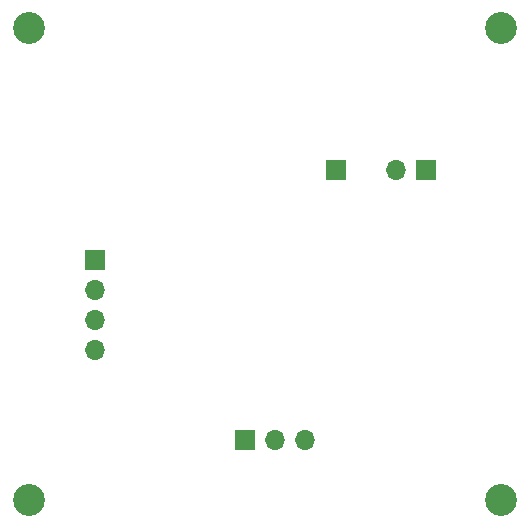
<source format=gbr>
%TF.GenerationSoftware,KiCad,Pcbnew,8.0.6*%
%TF.CreationDate,2024-12-20T03:38:08-05:00*%
%TF.ProjectId,MAX5719_breakout,4d415835-3731-4395-9f62-7265616b6f75,rev?*%
%TF.SameCoordinates,Original*%
%TF.FileFunction,Soldermask,Bot*%
%TF.FilePolarity,Negative*%
%FSLAX46Y46*%
G04 Gerber Fmt 4.6, Leading zero omitted, Abs format (unit mm)*
G04 Created by KiCad (PCBNEW 8.0.6) date 2024-12-20 03:38:08*
%MOMM*%
%LPD*%
G01*
G04 APERTURE LIST*
%ADD10R,1.700000X1.700000*%
%ADD11O,1.700000X1.700000*%
%ADD12C,2.700000*%
G04 APERTURE END LIST*
D10*
%TO.C,J4*%
X144399000Y-110617000D03*
D11*
X144399000Y-113157000D03*
X144399000Y-115697000D03*
X144399000Y-118237000D03*
%TD*%
D10*
%TO.C,J3*%
X157099000Y-125857000D03*
D11*
X159639000Y-125857000D03*
X162179000Y-125857000D03*
%TD*%
D12*
%TO.C,H1*%
X178750000Y-91000000D03*
%TD*%
D10*
%TO.C,J2*%
X172440000Y-103010000D03*
D11*
X169900000Y-103010000D03*
%TD*%
D12*
%TO.C,H2*%
X178750000Y-131000000D03*
%TD*%
%TO.C,H4*%
X138750000Y-91000000D03*
%TD*%
D10*
%TO.C,J1*%
X164820000Y-103010000D03*
%TD*%
D12*
%TO.C,H3*%
X138750000Y-131000000D03*
%TD*%
M02*

</source>
